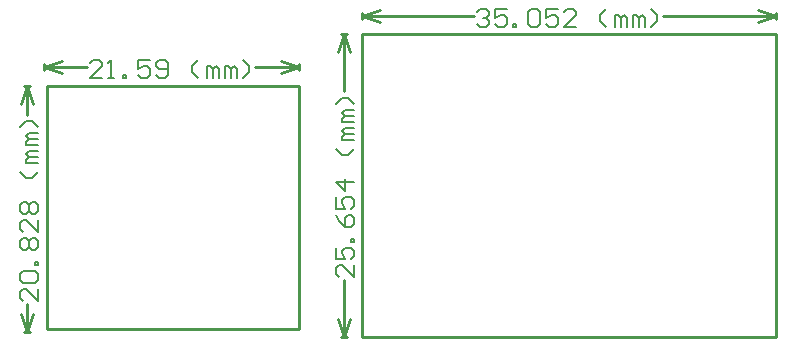
<source format=gko>
G04 Layer_Color=16711935*
%FSLAX25Y25*%
%MOIN*%
G70*
G01*
G75*
%ADD16C,0.01000*%
%ADD32C,0.00600*%
D16*
X444500Y104500D02*
Y185500D01*
X528500Y104500D02*
Y185500D01*
X444500Y104500D02*
X528500D01*
X444500Y185500D02*
X528500D01*
X549500Y203000D02*
X687500D01*
Y102000D02*
Y203000D01*
X549500Y102000D02*
X687500D01*
X549500D02*
Y183500D01*
Y200000D01*
Y203000D01*
X443500Y192000D02*
X457909D01*
X514091D02*
X528500D01*
X443500D02*
X449500Y194000D01*
X443500Y192000D02*
X449500Y190000D01*
X522500Y194000D02*
X528500Y192000D01*
X522500Y190000D02*
X528500Y192000D01*
X443500Y191000D02*
Y193000D01*
X528500Y191000D02*
Y193000D01*
X438000Y103500D02*
Y112910D01*
Y176090D02*
Y185500D01*
X436000Y109500D02*
X438000Y103500D01*
X440000Y109500D01*
X436000Y179500D02*
X438000Y185500D01*
X440000Y179500D01*
X437000Y103500D02*
X439000D01*
X437000Y185500D02*
X439000D01*
X549500Y209000D02*
X586910D01*
X650090D02*
X687500D01*
X549500D02*
X555500Y211000D01*
X549500Y209000D02*
X555500Y207000D01*
X681500Y211000D02*
X687500Y209000D01*
X681500Y207000D02*
X687500Y209000D01*
X549500Y208000D02*
Y210000D01*
X687500Y208000D02*
Y210000D01*
X543500Y101910D02*
Y120819D01*
Y184000D02*
Y202910D01*
X541500Y107910D02*
X543500Y101910D01*
X545500Y107910D01*
X541500Y196910D02*
X543500Y202910D01*
X545500Y196910D01*
X542500Y101910D02*
X544500D01*
X542500Y202910D02*
X544500D01*
D32*
X462907Y188401D02*
X458909D01*
X462907Y192400D01*
Y193399D01*
X461908Y194399D01*
X459908D01*
X458909Y193399D01*
X464907Y188401D02*
X466906D01*
X465906D01*
Y194399D01*
X464907Y193399D01*
X469905Y188401D02*
Y189401D01*
X470905D01*
Y188401D01*
X469905D01*
X478902Y194399D02*
X474903D01*
Y191400D01*
X476903Y192400D01*
X477902D01*
X478902Y191400D01*
Y189401D01*
X477902Y188401D01*
X475903D01*
X474903Y189401D01*
X480901D02*
X481901Y188401D01*
X483900D01*
X484900Y189401D01*
Y193399D01*
X483900Y194399D01*
X481901D01*
X480901Y193399D01*
Y192400D01*
X481901Y191400D01*
X484900D01*
X494897Y188401D02*
X492898Y190400D01*
Y192400D01*
X494897Y194399D01*
X497896Y188401D02*
Y192400D01*
X498896D01*
X499895Y191400D01*
Y188401D01*
Y191400D01*
X500895Y192400D01*
X501895Y191400D01*
Y188401D01*
X503894D02*
Y192400D01*
X504894D01*
X505893Y191400D01*
Y188401D01*
Y191400D01*
X506893Y192400D01*
X507893Y191400D01*
Y188401D01*
X509892D02*
X511891Y190400D01*
Y192400D01*
X509892Y194399D01*
X441599Y117908D02*
Y113910D01*
X437600Y117908D01*
X436601D01*
X435601Y116909D01*
Y114909D01*
X436601Y113910D01*
Y119908D02*
X435601Y120907D01*
Y122907D01*
X436601Y123907D01*
X440599D01*
X441599Y122907D01*
Y120907D01*
X440599Y119908D01*
X436601D01*
X441599Y125906D02*
X440599D01*
Y126906D01*
X441599D01*
Y125906D01*
X436601Y130904D02*
X435601Y131904D01*
Y133903D01*
X436601Y134903D01*
X437600D01*
X438600Y133903D01*
X439600Y134903D01*
X440599D01*
X441599Y133903D01*
Y131904D01*
X440599Y130904D01*
X439600D01*
X438600Y131904D01*
X437600Y130904D01*
X436601D01*
X438600Y131904D02*
Y133903D01*
X441599Y140901D02*
Y136902D01*
X437600Y140901D01*
X436601D01*
X435601Y139901D01*
Y137902D01*
X436601Y136902D01*
Y142900D02*
X435601Y143900D01*
Y145899D01*
X436601Y146899D01*
X437600D01*
X438600Y145899D01*
X439600Y146899D01*
X440599D01*
X441599Y145899D01*
Y143900D01*
X440599Y142900D01*
X439600D01*
X438600Y143900D01*
X437600Y142900D01*
X436601D01*
X438600Y143900D02*
Y145899D01*
X441599Y156896D02*
X439600Y154896D01*
X437600D01*
X435601Y156896D01*
X441599Y159895D02*
X437600D01*
Y160895D01*
X438600Y161894D01*
X441599D01*
X438600D01*
X437600Y162894D01*
X438600Y163893D01*
X441599D01*
Y165893D02*
X437600D01*
Y166893D01*
X438600Y167892D01*
X441599D01*
X438600D01*
X437600Y168892D01*
X438600Y169892D01*
X441599D01*
Y171891D02*
X439600Y173890D01*
X437600D01*
X435601Y171891D01*
X587910Y210399D02*
X588909Y211399D01*
X590909D01*
X591908Y210399D01*
Y209400D01*
X590909Y208400D01*
X589909D01*
X590909D01*
X591908Y207400D01*
Y206401D01*
X590909Y205401D01*
X588909D01*
X587910Y206401D01*
X597906Y211399D02*
X593908D01*
Y208400D01*
X595907Y209400D01*
X596907D01*
X597906Y208400D01*
Y206401D01*
X596907Y205401D01*
X594907D01*
X593908Y206401D01*
X599906Y205401D02*
Y206401D01*
X600906D01*
Y205401D01*
X599906D01*
X604904Y210399D02*
X605904Y211399D01*
X607903D01*
X608903Y210399D01*
Y206401D01*
X607903Y205401D01*
X605904D01*
X604904Y206401D01*
Y210399D01*
X614901Y211399D02*
X610902D01*
Y208400D01*
X612902Y209400D01*
X613901D01*
X614901Y208400D01*
Y206401D01*
X613901Y205401D01*
X611902D01*
X610902Y206401D01*
X620899Y205401D02*
X616900D01*
X620899Y209400D01*
Y210399D01*
X619899Y211399D01*
X617900D01*
X616900Y210399D01*
X630896Y205401D02*
X628896Y207400D01*
Y209400D01*
X630896Y211399D01*
X633895Y205401D02*
Y209400D01*
X634895D01*
X635894Y208400D01*
Y205401D01*
Y208400D01*
X636894Y209400D01*
X637893Y208400D01*
Y205401D01*
X639893D02*
Y209400D01*
X640893D01*
X641892Y208400D01*
Y205401D01*
Y208400D01*
X642892Y209400D01*
X643892Y208400D01*
Y205401D01*
X645891D02*
X647890Y207400D01*
Y209400D01*
X645891Y211399D01*
X547099Y125818D02*
Y121819D01*
X543100Y125818D01*
X542101D01*
X541101Y124818D01*
Y122819D01*
X542101Y121819D01*
X541101Y131816D02*
Y127817D01*
X544100D01*
X543100Y129817D01*
Y130816D01*
X544100Y131816D01*
X546099D01*
X547099Y130816D01*
Y128817D01*
X546099Y127817D01*
X547099Y133816D02*
X546099D01*
Y134815D01*
X547099D01*
Y133816D01*
X541101Y142813D02*
X542101Y140813D01*
X544100Y138814D01*
X546099D01*
X547099Y139814D01*
Y141813D01*
X546099Y142813D01*
X545100D01*
X544100Y141813D01*
Y138814D01*
X541101Y148811D02*
Y144812D01*
X544100D01*
X543100Y146811D01*
Y147811D01*
X544100Y148811D01*
X546099D01*
X547099Y147811D01*
Y145812D01*
X546099Y144812D01*
X547099Y153809D02*
X541101D01*
X544100Y150810D01*
Y154809D01*
X547099Y164805D02*
X545100Y162806D01*
X543100D01*
X541101Y164805D01*
X547099Y167805D02*
X543100D01*
Y168804D01*
X544100Y169804D01*
X547099D01*
X544100D01*
X543100Y170803D01*
X544100Y171803D01*
X547099D01*
Y173803D02*
X543100D01*
Y174802D01*
X544100Y175802D01*
X547099D01*
X544100D01*
X543100Y176802D01*
X544100Y177801D01*
X547099D01*
Y179801D02*
X545100Y181800D01*
X543100D01*
X541101Y179801D01*
M02*

</source>
